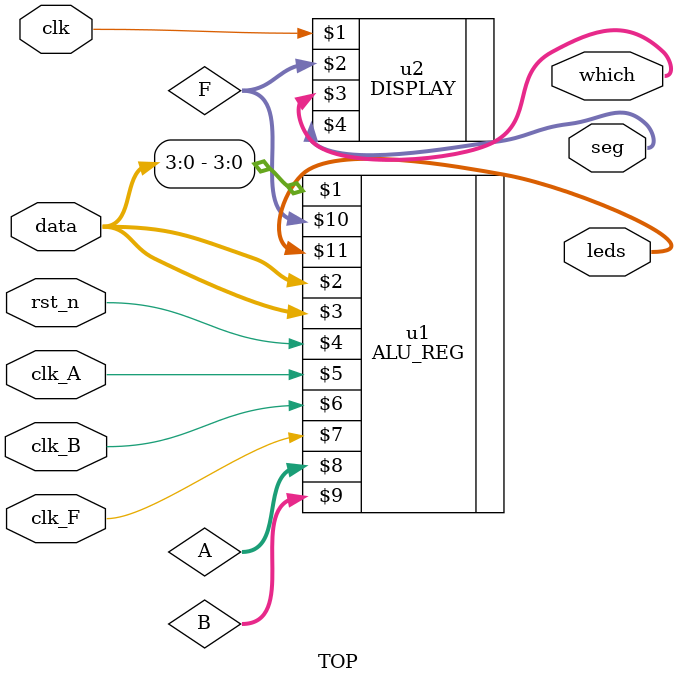
<source format=v>
`timescale 1ns / 1ps


module TOP(rst_n,clk,clk_A,clk_B,clk_F,data,leds,which,seg);

input rst_n,clk,clk_A,clk_B,clk_F;//时序信号

input [31:0]data;

output [3:0]leds;

output [3:0]which;

output [7:0]seg;

wire [31:0]A,B,F;


ALU_REG u1(data[3:0],data,data,rst_n,clk_A,clk_B,clk_F,A,B,F,leds);

DISPLAY u2(clk,F,which,seg);


endmodule
</source>
